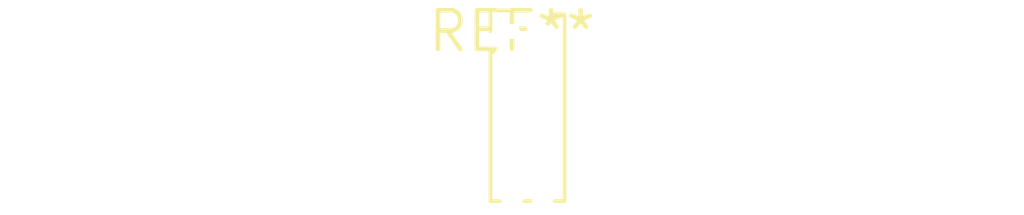
<source format=kicad_pcb>
(kicad_pcb (version 20240108) (generator pcbnew)
  (layers (0 "F.Cu" signal) (31 "B.Cu" signal) (34 "B.Paste" user) (35 "F.Paste" user) (36 "B.SilkS" user "B.Silkscreen") (37 "F.SilkS" user "F.Silkscreen") (38 "B.Mask" user) (39 "F.Mask" user) (44 "Edge.Cuts" user))
  (net 0 "")
  (footprint "PinHeader_2x06_P1.00mm_Vertical" (layer "F.Cu") (at 0 0)
    (property "Reference" "REF**")
    (property "Value" "PinHeader_2x06_P1.00mm_Vertical")
    (fp_line (start -0.71 -0.685) (end 0 -0.685) (layer "F.SilkS") (stroke (width 0.12)))
    (fp_line (start -0.71 0) (end -0.71 -0.685) (layer "F.SilkS") (stroke (width 0.12)))
    (fp_line (start -0.71 0.685) (end -0.71 5.56) (layer "F.SilkS") (stroke (width 0.12)))
    (fp_line (start -0.71 0.685) (end -0.608276 0.685) (layer "F.SilkS") (stroke (width 0.12)))
    (fp_line (start -0.71 5.56) (end -0.394493 5.56) (layer "F.SilkS") (stroke (width 0.12)))
    (fp_line (start 0.394493 5.56) (end 0.605507 5.56) (layer "F.SilkS") (stroke (width 0.12)))
    (fp_line (start 1.394493 -0.56) (end 1.71 -0.56) (layer "F.SilkS") (stroke (width 0.12)))
    (fp_line (start 1.394493 5.56) (end 1.71 5.56) (layer "F.SilkS") (stroke (width 0.12)))
    (fp_line (start 1.71 -0.56) (end 1.71 5.56) (layer "F.SilkS") (stroke (width 0.12)))
    (pad "1" thru_hole rect (at 0 0) (size 0.85 0.85) (drill 0.5) (layers *.Cu *.Mask) (remove_unused_layers))
    (pad "2" thru_hole oval (at 1 0) (size 0.85 0.85) (drill 0.5) (layers *.Cu *.Mask) (remove_unused_layers))
    (pad "3" thru_hole oval (at 0 1) (size 0.85 0.85) (drill 0.5) (layers *.Cu *.Mask) (remove_unused_layers))
    (pad "4" thru_hole oval (at 1 1) (size 0.85 0.85) (drill 0.5) (layers *.Cu *.Mask) (remove_unused_layers))
    (pad "5" thru_hole oval (at 0 2) (size 0.85 0.85) (drill 0.5) (layers *.Cu *.Mask) (remove_unused_layers))
    (pad "6" thru_hole oval (at 1 2) (size 0.85 0.85) (drill 0.5) (layers *.Cu *.Mask) (remove_unused_layers))
    (pad "7" thru_hole oval (at 0 3) (size 0.85 0.85) (drill 0.5) (layers *.Cu *.Mask) (remove_unused_layers))
    (pad "8" thru_hole oval (at 1 3) (size 0.85 0.85) (drill 0.5) (layers *.Cu *.Mask) (remove_unused_layers))
    (pad "9" thru_hole oval (at 0 4) (size 0.85 0.85) (drill 0.5) (layers *.Cu *.Mask) (remove_unused_layers))
    (pad "10" thru_hole oval (at 1 4) (size 0.85 0.85) (drill 0.5) (layers *.Cu *.Mask) (remove_unused_layers))
    (pad "11" thru_hole oval (at 0 5) (size 0.85 0.85) (drill 0.5) (layers *.Cu *.Mask) (remove_unused_layers))
    (pad "12" thru_hole oval (at 1 5) (size 0.85 0.85) (drill 0.5) (layers *.Cu *.Mask) (remove_unused_layers))
  )
)
</source>
